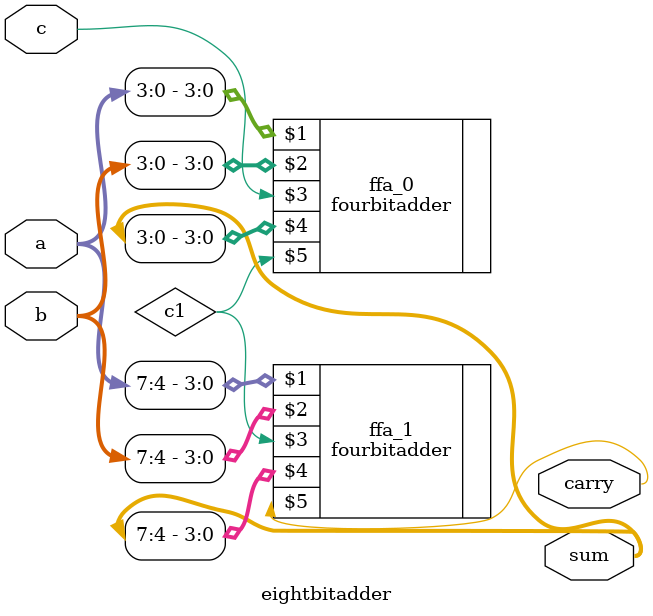
<source format=v>
`include "fourbitadder.v"

module eightbitadder (a, b, c, sum, carry);
input [7:0] a, b;
input c;
output [7:0] sum;
output carry;
wire c1;
fourbitadder ffa_0 (a[3:0],b[3:0],c,sum[3:0],c1);
fourbitadder ffa_1(a[7:4],b[7:4],c1,sum[7:4],carry);

endmodule



</source>
